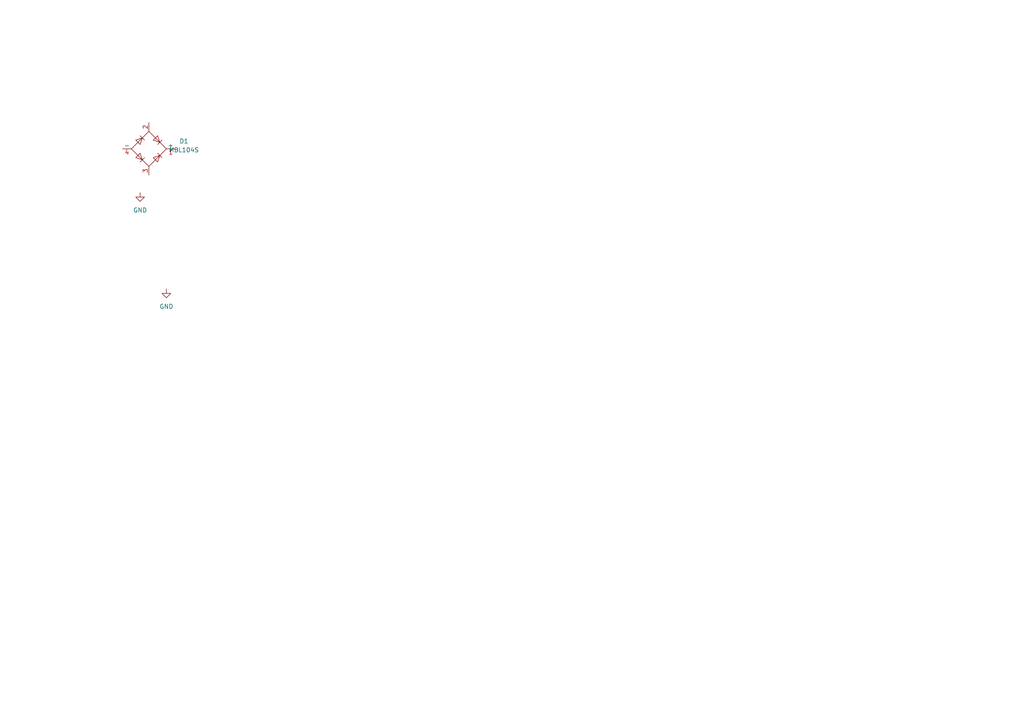
<source format=kicad_sch>
(kicad_sch (version 20230121) (generator eeschema)
  (paper "A4")
  (lib_symbols
    (symbol "Diode_Bridge:MBL104S" (pin_names (offset 0))
      (property "Reference" "D" (at 2.54 6.985 0))
      (property "Value" "MBL104S" (at 2.54 5.08 0))
      (symbol "MBL104S_0_1"
        (polyline (pts (xy -2.54 3.81) (xy -1.27 2.54)))
        (polyline (pts (xy -1.27 -2.54) (xy -2.54 -3.81)))
        (polyline (pts (xy 2.54 -1.27) (xy 3.81 -2.54)))
        (polyline (pts (xy 2.54 1.27) (xy 3.81 2.54)))
        (polyline (pts (xy -3.81 2.54) (xy -2.54 1.27) (xy -1.905 3.175) (xy -3.81 2.54)))
        (polyline (pts (xy -2.54 -1.27) (xy -3.81 -2.54) (xy -1.905 -3.175) (xy -2.54 -1.27)))
        (polyline (pts (xy 1.27 2.54) (xy 2.54 3.81) (xy 3.175 1.905) (xy 1.27 2.54)))
        (polyline (pts (xy 3.175 -1.905) (xy 1.27 -2.54) (xy 2.54 -3.81) (xy 3.175 -1.905)))
        (polyline (pts (xy -5.08 0) (xy 0 -5.08) (xy 5.08 0) (xy 0 5.08) (xy -5.08 0)))
      )
      (symbol "MBL104S_1_1"
        (pin passive line (at 7.62 0 180) (length 2.54) (name "+") (number "1"))
        (pin passive line (at 0 7.62 270) (length 2.54) (name "~") (number "2"))
        (pin passive line (at 0 -7.62 90) (length 2.54) (name "~") (number "3"))
        (pin passive line (at -7.62 0 0) (length 2.54) (name "-") (number "4"))
      )
    )
    (symbol "power:GND" (power) (pin_names (offset 0))
      (property "Value" "GND" (at 0 -3.81 0))
      (symbol "GND_0_1"
        (polyline (pts (xy 0 0) (xy 0 -1.27) (xy 1.27 -1.27) (xy 0 -2.54) (xy -1.27 -1.27) (xy 0 -1.27)))
      )
      (symbol "GND_1_1"
        (pin power_in line (at 0 0 270) (length 0) hide (name "GND") (number "1"))
      )
    )
  )
  (symbol (lib_id "power:GND") (at 48.26 83.82 0) (unit 1)
    (property "Reference" "#PWR02" (effects hide))
    (property "Value" "GND" (at 48.26 88.9 0))
  )
  (symbol (lib_id "power:GND") (at 40.64 55.88 0) (unit 1)
    (property "Reference" "#PWR01" (effects hide))
    (property "Value" "GND" (at 40.64 60.96 0))
  )
  (symbol (lib_id "Diode_Bridge:MBL104S") (at 43.18 43.18 0) (unit 1)
    (property "Reference" "D1" (at 53.34 40.9641 0))
    (property "Value" "MBL104S" (at 53.34 43.5041 0))
    (property "Footprint" "Diode_SMD:Diode_Bridge_Vishay_MBLS" (effects hide))
    (property "Datasheet" "http://www.vishay.com/docs/89959/mbl104s.pdf" (effects hide))
  )
)
</source>
